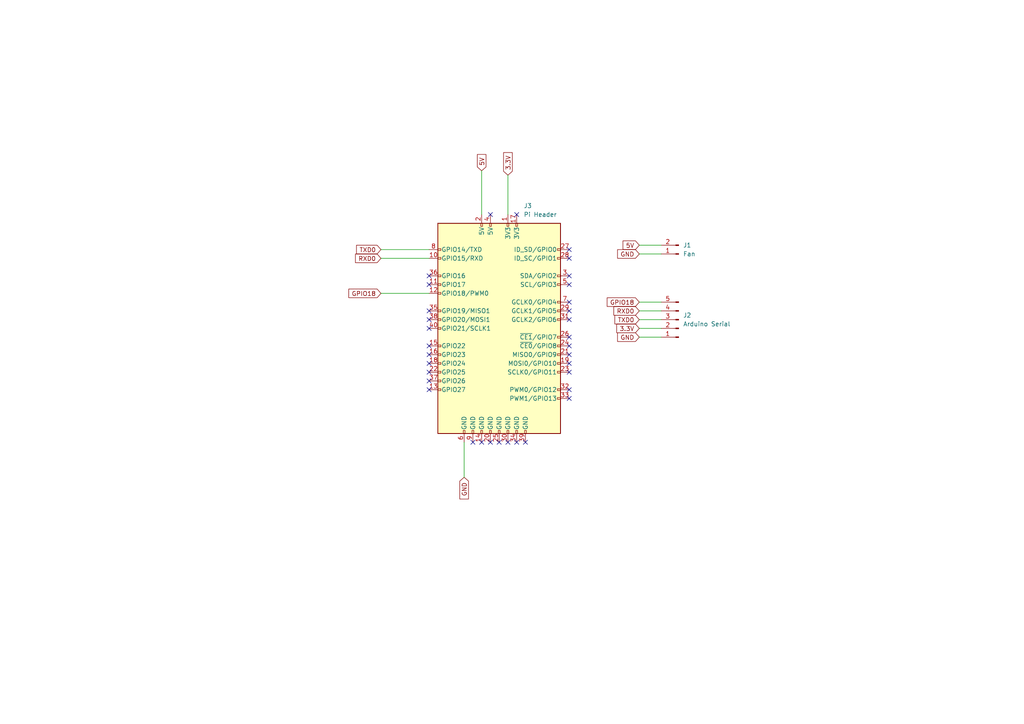
<source format=kicad_sch>
(kicad_sch (version 20231120) (generator "eeschema") (generator_version "8.0")
  (paper "A4")
  (lib_symbols
    (symbol "Connector:Conn_01x02_Male" (pin_names (offset 1.016) hide)
      (property "Reference" "J" (at 0 2.54 0))
      (property "Value" "Conn_01x02_Male" (at 0 -5.08 0))
      (symbol "Conn_01x02_Male_1_1"
        (polyline (pts (xy 1.27 -2.54) (xy 0.8636 -2.54)) (stroke (width 0.1524)))
        (polyline (pts (xy 1.27 0) (xy 0.8636 0)) (stroke (width 0.1524)))
        (rectangle (start 0.8636 -2.413) (end 0 -2.667) (stroke (width 0.1524)) (fill (type outline)))
        (rectangle (start 0.8636 0.127) (end 0 -0.127) (stroke (width 0.1524)) (fill (type outline)))
        (pin passive line (at 5.08 0 180) (length 3.81) (name "Pin_1") (number "1"))
        (pin passive line (at 5.08 -2.54 180) (length 3.81) (name "Pin_2") (number "2"))
      )
    )
    (symbol "Connector:Conn_01x05_Male" (pin_names (offset 1.016) hide)
      (property "Reference" "J" (at 0 7.62 0))
      (property "Value" "Conn_01x05_Male" (at 0 -7.62 0))
      (symbol "Conn_01x05_Male_1_1"
        (polyline (pts (xy 1.27 -5.08) (xy 0.8636 -5.08)) (stroke (width 0.1524)))
        (polyline (pts (xy 1.27 -2.54) (xy 0.8636 -2.54)) (stroke (width 0.1524)))
        (polyline (pts (xy 1.27 0) (xy 0.8636 0)) (stroke (width 0.1524)))
        (polyline (pts (xy 1.27 2.54) (xy 0.8636 2.54)) (stroke (width 0.1524)))
        (polyline (pts (xy 1.27 5.08) (xy 0.8636 5.08)) (stroke (width 0.1524)))
        (rectangle (start 0.8636 -4.953) (end 0 -5.207) (stroke (width 0.1524)) (fill (type outline)))
        (rectangle (start 0.8636 -2.413) (end 0 -2.667) (stroke (width 0.1524)) (fill (type outline)))
        (rectangle (start 0.8636 0.127) (end 0 -0.127) (stroke (width 0.1524)) (fill (type outline)))
        (rectangle (start 0.8636 2.667) (end 0 2.413) (stroke (width 0.1524)) (fill (type outline)))
        (rectangle (start 0.8636 5.207) (end 0 4.953) (stroke (width 0.1524)) (fill (type outline)))
        (pin passive line (at 5.08 5.08 180) (length 3.81) (name "Pin_1") (number "1"))
        (pin passive line (at 5.08 2.54 180) (length 3.81) (name "Pin_2") (number "2"))
        (pin passive line (at 5.08 0 180) (length 3.81) (name "Pin_3") (number "3"))
        (pin passive line (at 5.08 -2.54 180) (length 3.81) (name "Pin_4") (number "4"))
        (pin passive line (at 5.08 -5.08 180) (length 3.81) (name "Pin_5") (number "5"))
      )
    )
    (symbol "Connector:Raspberry_Pi_2_3" (pin_names (offset 1.016))
      (property "Reference" "J" (at -17.78 31.75 0))
      (property "Value" "Raspberry_Pi_2_3" (at 10.16 -31.75 0))
      (symbol "Raspberry_Pi_2_3_0_1"
        (rectangle (start -17.78 30.48) (end 17.78 -30.48) (stroke (width 0.254)) (fill (type background)))
      )
      (symbol "Raspberry_Pi_2_3_1_1"
        (rectangle (start -16.891 -17.526) (end -17.78 -18.034))
        (rectangle (start -16.891 -14.986) (end -17.78 -15.494))
        (rectangle (start -16.891 -12.446) (end -17.78 -12.954))
        (rectangle (start -16.891 -9.906) (end -17.78 -10.414))
        (rectangle (start -16.891 -7.366) (end -17.78 -7.874))
        (rectangle (start -16.891 -4.826) (end -17.78 -5.334))
        (rectangle (start -16.891 0.254) (end -17.78 -0.254))
        (rectangle (start -16.891 2.794) (end -17.78 2.286))
        (rectangle (start -16.891 5.334) (end -17.78 4.826))
        (rectangle (start -16.891 10.414) (end -17.78 9.906))
        (rectangle (start -16.891 12.954) (end -17.78 12.446))
        (rectangle (start -16.891 15.494) (end -17.78 14.986))
        (rectangle (start -16.891 20.574) (end -17.78 20.066))
        (rectangle (start -16.891 23.114) (end -17.78 22.606))
        (rectangle (start -10.414 -29.591) (end -9.906 -30.48))
        (rectangle (start -7.874 -29.591) (end -7.366 -30.48))
        (rectangle (start -5.334 -29.591) (end -4.826 -30.48))
        (rectangle (start -5.334 30.48) (end -4.826 29.591))
        (rectangle (start -2.794 -29.591) (end -2.286 -30.48))
        (rectangle (start -2.794 30.48) (end -2.286 29.591))
        (rectangle (start -0.254 -29.591) (end 0.254 -30.48))
        (rectangle (start 2.286 -29.591) (end 2.794 -30.48))
        (rectangle (start 2.286 30.48) (end 2.794 29.591))
        (rectangle (start 4.826 -29.591) (end 5.334 -30.48))
        (rectangle (start 4.826 30.48) (end 5.334 29.591))
        (rectangle (start 7.366 -29.591) (end 7.874 -30.48))
        (rectangle (start 17.78 -20.066) (end 16.891 -20.574))
        (rectangle (start 17.78 -17.526) (end 16.891 -18.034))
        (rectangle (start 17.78 -12.446) (end 16.891 -12.954))
        (rectangle (start 17.78 -9.906) (end 16.891 -10.414))
        (rectangle (start 17.78 -7.366) (end 16.891 -7.874))
        (rectangle (start 17.78 -4.826) (end 16.891 -5.334))
        (rectangle (start 17.78 -2.286) (end 16.891 -2.794))
        (rectangle (start 17.78 2.794) (end 16.891 2.286))
        (rectangle (start 17.78 5.334) (end 16.891 4.826))
        (rectangle (start 17.78 7.874) (end 16.891 7.366))
        (rectangle (start 17.78 12.954) (end 16.891 12.446))
        (rectangle (start 17.78 15.494) (end 16.891 14.986))
        (rectangle (start 17.78 20.574) (end 16.891 20.066))
        (rectangle (start 17.78 23.114) (end 16.891 22.606))
        (pin power_in line (at 2.54 33.02 270) (length 2.54) (name "3V3") (number "1"))
        (pin bidirectional line (at -20.32 20.32 0) (length 2.54) (name "GPIO15/RXD") (number "10"))
        (pin bidirectional line (at -20.32 12.7 0) (length 2.54) (name "GPIO17") (number "11"))
        (pin bidirectional line (at -20.32 10.16 0) (length 2.54) (name "GPIO18/PWM0") (number "12"))
        (pin bidirectional line (at -20.32 -17.78 0) (length 2.54) (name "GPIO27") (number "13"))
        (pin power_in line (at -5.08 -33.02 90) (length 2.54) (name "GND") (number "14"))
        (pin bidirectional line (at -20.32 -5.08 0) (length 2.54) (name "GPIO22") (number "15"))
        (pin bidirectional line (at -20.32 -7.62 0) (length 2.54) (name "GPIO23") (number "16"))
        (pin power_in line (at 5.08 33.02 270) (length 2.54) (name "3V3") (number "17"))
        (pin bidirectional line (at -20.32 -10.16 0) (length 2.54) (name "GPIO24") (number "18"))
        (pin bidirectional line (at 20.32 -10.16 180) (length 2.54) (name "MOSI0/GPIO10") (number "19"))
        (pin power_in line (at -5.08 33.02 270) (length 2.54) (name "5V") (number "2"))
        (pin power_in line (at -2.54 -33.02 90) (length 2.54) (name "GND") (number "20"))
        (pin bidirectional line (at 20.32 -7.62 180) (length 2.54) (name "MISO0/GPIO9") (number "21"))
        (pin bidirectional line (at -20.32 -12.7 0) (length 2.54) (name "GPIO25") (number "22"))
        (pin bidirectional line (at 20.32 -12.7 180) (length 2.54) (name "SCLK0/GPIO11") (number "23"))
        (pin bidirectional line (at 20.32 -5.08 180) (length 2.54) (name "~{CE0}/GPIO8") (number "24"))
        (pin power_in line (at 0 -33.02 90) (length 2.54) (name "GND") (number "25"))
        (pin bidirectional line (at 20.32 -2.54 180) (length 2.54) (name "~{CE1}/GPIO7") (number "26"))
        (pin bidirectional line (at 20.32 22.86 180) (length 2.54) (name "ID_SD/GPIO0") (number "27"))
        (pin bidirectional line (at 20.32 20.32 180) (length 2.54) (name "ID_SC/GPIO1") (number "28"))
        (pin bidirectional line (at 20.32 5.08 180) (length 2.54) (name "GCLK1/GPIO5") (number "29"))
        (pin bidirectional line (at 20.32 15.24 180) (length 2.54) (name "SDA/GPIO2") (number "3"))
        (pin power_in line (at 2.54 -33.02 90) (length 2.54) (name "GND") (number "30"))
        (pin bidirectional line (at 20.32 2.54 180) (length 2.54) (name "GCLK2/GPIO6") (number "31"))
        (pin bidirectional line (at 20.32 -17.78 180) (length 2.54) (name "PWM0/GPIO12") (number "32"))
        (pin bidirectional line (at 20.32 -20.32 180) (length 2.54) (name "PWM1/GPIO13") (number "33"))
        (pin power_in line (at 5.08 -33.02 90) (length 2.54) (name "GND") (number "34"))
        (pin bidirectional line (at -20.32 5.08 0) (length 2.54) (name "GPIO19/MISO1") (number "35"))
        (pin bidirectional line (at -20.32 15.24 0) (length 2.54) (name "GPIO16") (number "36"))
        (pin bidirectional line (at -20.32 -15.24 0) (length 2.54) (name "GPIO26") (number "37"))
        (pin bidirectional line (at -20.32 2.54 0) (length 2.54) (name "GPIO20/MOSI1") (number "38"))
        (pin power_in line (at 7.62 -33.02 90) (length 2.54) (name "GND") (number "39"))
        (pin power_in line (at -2.54 33.02 270) (length 2.54) (name "5V") (number "4"))
        (pin bidirectional line (at -20.32 0 0) (length 2.54) (name "GPIO21/SCLK1") (number "40"))
        (pin bidirectional line (at 20.32 12.7 180) (length 2.54) (name "SCL/GPIO3") (number "5"))
        (pin power_in line (at -10.16 -33.02 90) (length 2.54) (name "GND") (number "6"))
        (pin bidirectional line (at 20.32 7.62 180) (length 2.54) (name "GCLK0/GPIO4") (number "7"))
        (pin bidirectional line (at -20.32 22.86 0) (length 2.54) (name "GPIO14/TXD") (number "8"))
        (pin power_in line (at -7.62 -33.02 90) (length 2.54) (name "GND") (number "9"))
      )
    )
  )
  (no_connect (at 165.1 74.93))
  (no_connect (at 165.1 80.01))
  (no_connect (at 165.1 82.55))
  (no_connect (at 165.1 87.63))
  (no_connect (at 165.1 72.39))
  (no_connect (at 147.32 128.27))
  (no_connect (at 144.78 128.27))
  (no_connect (at 142.24 128.27))
  (no_connect (at 139.7 128.27))
  (no_connect (at 137.16 128.27))
  (no_connect (at 152.4 128.27))
  (no_connect (at 149.86 128.27))
  (no_connect (at 124.46 107.95))
  (no_connect (at 124.46 110.49))
  (no_connect (at 124.46 113.03))
  (no_connect (at 165.1 90.17))
  (no_connect (at 165.1 92.71))
  (no_connect (at 165.1 97.79))
  (no_connect (at 165.1 100.33))
  (no_connect (at 165.1 102.87))
  (no_connect (at 165.1 105.41))
  (no_connect (at 165.1 107.95))
  (no_connect (at 165.1 113.03))
  (no_connect (at 165.1 115.57))
  (no_connect (at 124.46 100.33))
  (no_connect (at 124.46 102.87))
  (no_connect (at 124.46 105.41))
  (no_connect (at 124.46 90.17))
  (no_connect (at 124.46 92.71))
  (no_connect (at 124.46 95.25))
  (no_connect (at 124.46 80.01))
  (no_connect (at 124.46 82.55))
  (no_connect (at 142.24 62.23))
  (no_connect (at 149.86 62.23))
  (wire (pts (xy 185.42 90.17) (xy 191.77 90.17)))
  (wire (pts (xy 185.42 73.66) (xy 191.77 73.66)))
  (wire (pts (xy 139.7 49.53) (xy 139.7 62.23)))
  (wire (pts (xy 110.49 74.93) (xy 124.46 74.93)))
  (wire (pts (xy 185.42 87.63) (xy 191.77 87.63)))
  (wire (pts (xy 110.49 85.09) (xy 124.46 85.09)))
  (wire (pts (xy 134.62 128.27) (xy 134.62 138.43)))
  (wire (pts (xy 185.42 71.12) (xy 191.77 71.12)))
  (wire (pts (xy 147.32 50.8) (xy 147.32 62.23)))
  (wire (pts (xy 185.42 95.25) (xy 191.77 95.25)))
  (wire (pts (xy 110.49 72.39) (xy 124.46 72.39)))
  (wire (pts (xy 185.42 97.79) (xy 191.77 97.79)))
  (wire (pts (xy 185.42 92.71) (xy 191.77 92.71)))
  (global_label "GND" (shape input) (at 185.42 97.79 180) (property "Intersheetrefs" "${INTERSHEET_REFS}" (effects (hide yes))))
  (global_label "RXD0" (shape input) (at 110.49 74.93 180) (property "Intersheetrefs" "${INTERSHEET_REFS}" (effects (hide yes))))
  (global_label "TXD0" (shape input) (at 110.49 72.39 180) (property "Intersheetrefs" "${INTERSHEET_REFS}" (effects (hide yes))))
  (global_label "RXD0" (shape input) (at 185.42 90.17 180) (property "Intersheetrefs" "${INTERSHEET_REFS}" (effects (hide yes))))
  (global_label "3.3V" (shape input) (at 147.32 50.8 90) (property "Intersheetrefs" "${INTERSHEET_REFS}" (effects (hide yes))))
  (global_label "GND" (shape input) (at 185.42 73.66 180) (property "Intersheetrefs" "${INTERSHEET_REFS}" (effects (hide yes))))
  (global_label "GPIO18" (shape input) (at 185.42 87.63 180) (property "Intersheetrefs" "${INTERSHEET_REFS}" (effects (hide yes))))
  (global_label "GPIO18" (shape input) (at 110.49 85.09 180) (property "Intersheetrefs" "${INTERSHEET_REFS}" (effects (hide yes))))
  (global_label "TXD0" (shape input) (at 185.42 92.71 180) (property "Intersheetrefs" "${INTERSHEET_REFS}" (effects (hide yes))))
  (global_label "5V" (shape input) (at 139.7 49.53 90) (property "Intersheetrefs" "${INTERSHEET_REFS}" (effects (hide yes))))
  (global_label "GND" (shape input) (at 134.62 138.43 270) (property "Intersheetrefs" "${INTERSHEET_REFS}" (effects (hide yes))))
  (global_label "5V" (shape input) (at 185.42 71.12 180) (property "Intersheetrefs" "${INTERSHEET_REFS}" (effects (hide yes))))
  (global_label "3.3V" (shape input) (at 185.42 95.25 180) (property "Intersheetrefs" "${INTERSHEET_REFS}" (effects (hide yes))))
  (symbol (lib_id "Connector:Conn_01x02_Male") (at 196.85 73.66 180) (unit 1)
    (property "Reference" "J1" (at 198.12 71.1199 0) (effects (justify right)))
    (property "Value" "Fan" (at 198.12 73.6599 0) (effects (justify right)))
    (property "Footprint" "Connector_Molex:Molex_KK-254_AE-6410-02A_1x02_P2.54mm_Vertical" (effects (hide yes)))
  )
  (symbol (lib_id "Connector:Conn_01x05_Male") (at 196.85 92.71 180) (unit 1)
    (property "Reference" "J2" (at 198.12 91.4399 0) (effects (justify right)))
    (property "Value" "Arduino Serial" (at 198.12 93.9799 0) (effects (justify right)))
    (property "Footprint" "Connector_Molex:Molex_KK-254_AE-6410-05A_1x05_P2.54mm_Vertical" (effects (hide yes)))
  )
  (symbol (lib_id "Connector:Raspberry_Pi_2_3") (at 144.78 95.25 0) (unit 1)
    (property "Reference" "J3" (at 151.8794 59.69 0) (effects (justify left)))
    (property "Value" "Pi Header" (at 151.8794 62.23 0) (effects (justify left)))
    (property "Footprint" "Connector_PinHeader_2.54mm:PinHeader_2x20_P2.54mm_Vertical" (effects (hide yes)))
    (property "Datasheet" "https://www.raspberrypi.org/documentation/hardware/raspberrypi/schematics/rpi_SCH_3bplus_1p0_reduced.pdf" (effects (hide yes)))
  )
)
</source>
